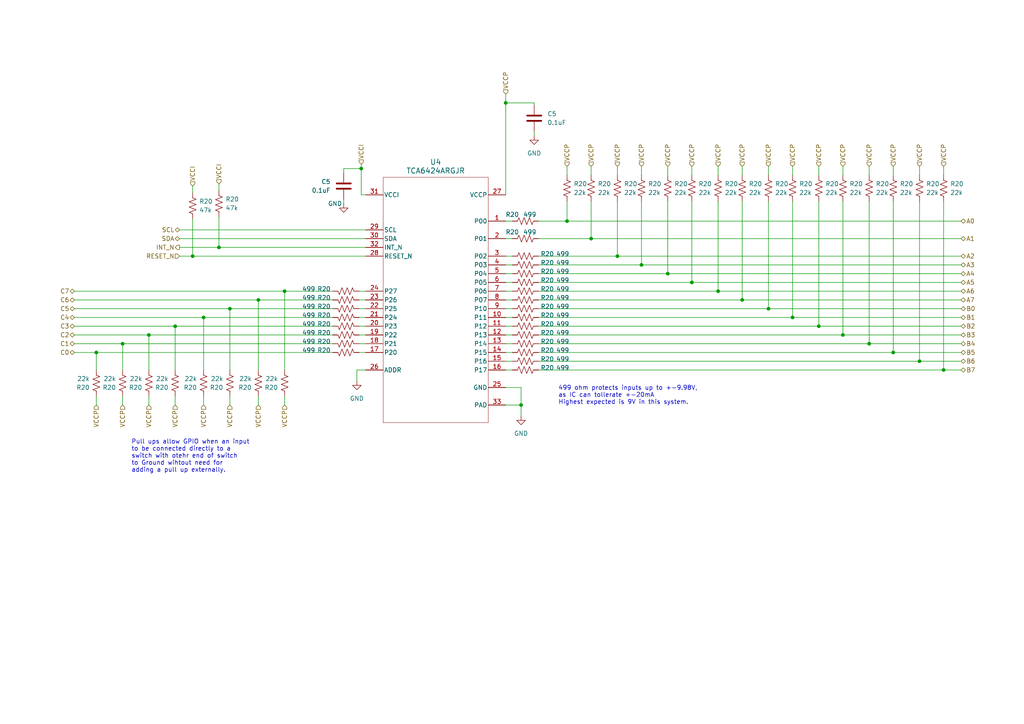
<source format=kicad_sch>
(kicad_sch (version 20230121) (generator eeschema)
  (paper "A4")
  (lib_symbols
    (symbol "Device:C" (pin_numbers hide) (pin_names (offset 0.254))
      (property "Reference" "C" (at 0.635 2.54 0))
      (property "Value" "C" (at 0.635 -2.54 0))
      (symbol "C_0_1"
        (polyline (pts (xy -2.032 -0.762) (xy 2.032 -0.762)) (stroke (width 0.508)))
        (polyline (pts (xy -2.032 0.762) (xy 2.032 0.762)) (stroke (width 0.508)))
      )
      (symbol "C_1_1"
        (pin passive line (at 0 3.81 270) (length 2.794) (name "~") (number "1"))
        (pin passive line (at 0 -3.81 90) (length 2.794) (name "~") (number "2"))
      )
    )
    (symbol "Device:R_US" (pin_numbers hide) (pin_names (offset 0))
      (property "Reference" "R" (at 2.54 0 90))
      (property "Value" "R_US" (at -2.54 0 90))
      (symbol "R_US_0_1"
        (polyline (pts (xy 0 -2.286) (xy 0 -2.54)))
        (polyline (pts (xy 0 2.286) (xy 0 2.54)))
        (polyline (pts (xy 0 -0.762) (xy 1.016 -1.143) (xy 0 -1.524) (xy -1.016 -1.905) (xy 0 -2.286)))
        (polyline (pts (xy 0 0.762) (xy 1.016 0.381) (xy 0 0) (xy -1.016 -0.381) (xy 0 -0.762)))
        (polyline (pts (xy 0 2.286) (xy 1.016 1.905) (xy 0 1.524) (xy -1.016 1.143) (xy 0 0.762)))
      )
      (symbol "R_US_1_1"
        (pin passive line (at 0 3.81 270) (length 1.27) (name "~") (number "1"))
        (pin passive line (at 0 -3.81 90) (length 1.27) (name "~") (number "2"))
      )
    )
    (symbol "I2C Expander:TCA6424ARGJR" (pin_names (offset 0.254))
      (property "Reference" "U" (at 0 2.54 0))
      (property "Value" "TCA6424ARGJR" (at 0 0 0))
      (symbol "TCA6424ARGJR_0_1"
        (polyline (pts (xy -15.24 -35.56) (xy 15.24 -35.56)) (stroke (width 0.1016)))
        (polyline (pts (xy -15.24 35.56) (xy -15.24 -35.56)) (stroke (width 0.1016)))
        (polyline (pts (xy 15.24 -35.56) (xy 15.24 35.56)) (stroke (width 0.1016)))
        (polyline (pts (xy 15.24 35.56) (xy -15.24 35.56)) (stroke (width 0.1016)))
        (pin bidirectional line (at 20.32 22.86 180) (length 5.08) (name "P00") (number "1"))
        (pin bidirectional line (at 20.32 -5.08 180) (length 5.08) (name "P11") (number "10"))
        (pin bidirectional line (at 20.32 -7.62 180) (length 5.08) (name "P12") (number "11"))
        (pin bidirectional line (at 20.32 -10.16 180) (length 5.08) (name "P13") (number "12"))
        (pin bidirectional line (at 20.32 -12.7 180) (length 5.08) (name "P14") (number "13"))
        (pin bidirectional line (at 20.32 -15.24 180) (length 5.08) (name "P15") (number "14"))
        (pin bidirectional line (at 20.32 -17.78 180) (length 5.08) (name "P16") (number "15"))
        (pin bidirectional line (at 20.32 -20.32 180) (length 5.08) (name "P17") (number "16"))
        (pin bidirectional line (at -20.32 -15.24 0) (length 5.08) (name "P20") (number "17"))
        (pin bidirectional line (at -20.32 -12.7 0) (length 5.08) (name "P21") (number "18"))
        (pin bidirectional line (at -20.32 -10.16 0) (length 5.08) (name "P22") (number "19"))
        (pin bidirectional line (at 20.32 17.78 180) (length 5.08) (name "P01") (number "2"))
        (pin bidirectional line (at -20.32 -7.62 0) (length 5.08) (name "P23") (number "20"))
        (pin bidirectional line (at -20.32 -5.08 0) (length 5.08) (name "P24") (number "21"))
        (pin bidirectional line (at -20.32 -2.54 0) (length 5.08) (name "P25") (number "22"))
        (pin bidirectional line (at -20.32 0 0) (length 5.08) (name "P26") (number "23"))
        (pin bidirectional line (at -20.32 2.54 0) (length 5.08) (name "P27") (number "24"))
        (pin power_in line (at 20.32 -25.4 180) (length 5.08) (name "GND") (number "25"))
        (pin input line (at -20.32 -20.32 0) (length 5.08) (name "ADDR") (number "26"))
        (pin power_in line (at 20.32 30.48 180) (length 5.08) (name "VCCP") (number "27"))
        (pin input line (at -20.32 12.7 0) (length 5.08) (name "RESET_N") (number "28"))
        (pin input line (at -20.32 20.32 0) (length 5.08) (name "SCL") (number "29"))
        (pin bidirectional line (at 20.32 12.7 180) (length 5.08) (name "P02") (number "3"))
        (pin bidirectional line (at -20.32 17.78 0) (length 5.08) (name "SDA") (number "30"))
        (pin power_in line (at -20.32 30.48 0) (length 5.08) (name "VCCI") (number "31"))
        (pin output line (at -20.32 15.24 0) (length 5.08) (name "INT_N") (number "32"))
        (pin power_in line (at 20.32 -30.48 180) (length 5.08) (name "PAD") (number "33"))
        (pin bidirectional line (at 20.32 10.16 180) (length 5.08) (name "P03") (number "4"))
        (pin bidirectional line (at 20.32 7.62 180) (length 5.08) (name "P04") (number "5"))
        (pin bidirectional line (at 20.32 5.08 180) (length 5.08) (name "P05") (number "6"))
        (pin bidirectional line (at 20.32 2.54 180) (length 5.08) (name "P06") (number "7"))
        (pin bidirectional line (at 20.32 0 180) (length 5.08) (name "P07") (number "8"))
        (pin bidirectional line (at 20.32 -2.54 180) (length 5.08) (name "P10") (number "9"))
      )
    )
    (symbol "power:GND" (power) (pin_names (offset 0))
      (property "Value" "GND" (at 0 -3.81 0))
      (symbol "GND_0_1"
        (polyline (pts (xy 0 0) (xy 0 -1.27) (xy 1.27 -1.27) (xy 0 -2.54) (xy -1.27 -1.27) (xy 0 -1.27)))
      )
      (symbol "GND_1_1"
        (pin power_in line (at 0 0 270) (length 0) hide (name "GND") (number "1"))
      )
    )
  )
  (junction (at 171.45 69.215))
  (junction (at 266.7 104.775))
  (junction (at 164.465 64.135))
  (junction (at 59.055 92.075))
  (junction (at 252.095 99.695))
  (junction (at 104.775 48.895))
  (junction (at 193.675 79.375))
  (junction (at 63.5 71.755))
  (junction (at 74.93 86.995))
  (junction (at 237.49 94.615))
  (junction (at 179.07 74.295))
  (junction (at 208.28 84.455))
  (junction (at 82.55 84.455))
  (junction (at 186.055 76.835))
  (junction (at 151.13 117.475))
  (junction (at 55.88 74.295))
  (junction (at 66.675 89.535))
  (junction (at 200.66 81.915))
  (junction (at 146.685 29.845))
  (junction (at 215.265 86.995))
  (junction (at 35.56 99.695))
  (junction (at 27.94 102.235))
  (junction (at 50.8 94.615))
  (junction (at 259.08 102.235))
  (junction (at 244.475 97.155))
  (junction (at 222.885 89.535))
  (junction (at 273.685 107.315))
  (junction (at 229.87 92.075))
  (junction (at 43.18 97.155))
  (wire (pts (xy 43.18 97.155) (xy 43.18 107.315)))
  (wire (pts (xy 164.465 58.42) (xy 164.465 64.135)))
  (wire (pts (xy 104.775 47.625) (xy 104.775 48.895)))
  (wire (pts (xy 151.13 117.475) (xy 151.13 112.395)))
  (wire (pts (xy 59.055 92.075) (xy 59.055 107.315)))
  (wire (pts (xy 229.87 48.26) (xy 229.87 50.8)))
  (wire (pts (xy 222.885 89.535) (xy 278.765 89.535)))
  (wire (pts (xy 252.095 58.42) (xy 252.095 99.695)))
  (wire (pts (xy 52.07 71.755) (xy 63.5 71.755)))
  (wire (pts (xy 35.56 99.695) (xy 96.52 99.695)))
  (wire (pts (xy 156.21 99.695) (xy 252.095 99.695)))
  (wire (pts (xy 208.28 84.455) (xy 278.765 84.455)))
  (wire (pts (xy 156.21 107.315) (xy 273.685 107.315)))
  (wire (pts (xy 43.18 97.155) (xy 96.52 97.155)))
  (wire (pts (xy 146.685 94.615) (xy 148.59 94.615)))
  (wire (pts (xy 82.55 84.455) (xy 82.55 107.315)))
  (wire (pts (xy 43.18 117.475) (xy 43.18 114.935)))
  (wire (pts (xy 156.21 86.995) (xy 215.265 86.995)))
  (wire (pts (xy 146.685 29.845) (xy 146.685 56.515)))
  (wire (pts (xy 146.685 102.235) (xy 148.59 102.235)))
  (wire (pts (xy 104.775 48.895) (xy 104.775 56.515)))
  (wire (pts (xy 171.45 58.42) (xy 171.45 69.215)))
  (wire (pts (xy 193.675 48.26) (xy 193.675 50.8)))
  (wire (pts (xy 52.07 74.295) (xy 55.88 74.295)))
  (wire (pts (xy 156.21 79.375) (xy 193.675 79.375)))
  (wire (pts (xy 244.475 97.155) (xy 278.765 97.155)))
  (wire (pts (xy 259.08 102.235) (xy 278.765 102.235)))
  (wire (pts (xy 66.675 117.475) (xy 66.675 114.935)))
  (wire (pts (xy 156.21 89.535) (xy 222.885 89.535)))
  (wire (pts (xy 52.07 66.675) (xy 106.045 66.675)))
  (wire (pts (xy 21.59 84.455) (xy 82.55 84.455)))
  (wire (pts (xy 273.685 107.315) (xy 278.765 107.315)))
  (wire (pts (xy 59.055 92.075) (xy 96.52 92.075)))
  (wire (pts (xy 156.21 76.835) (xy 186.055 76.835)))
  (wire (pts (xy 156.21 81.915) (xy 200.66 81.915)))
  (wire (pts (xy 55.88 74.295) (xy 106.045 74.295)))
  (wire (pts (xy 154.94 29.845) (xy 146.685 29.845)))
  (wire (pts (xy 52.07 69.215) (xy 106.045 69.215)))
  (wire (pts (xy 154.94 39.37) (xy 154.94 38.1)))
  (wire (pts (xy 35.56 99.695) (xy 35.56 107.315)))
  (wire (pts (xy 193.675 58.42) (xy 193.675 79.375)))
  (wire (pts (xy 171.45 69.215) (xy 278.765 69.215)))
  (wire (pts (xy 146.685 81.915) (xy 148.59 81.915)))
  (wire (pts (xy 21.59 92.075) (xy 59.055 92.075)))
  (wire (pts (xy 146.685 79.375) (xy 148.59 79.375)))
  (wire (pts (xy 74.93 86.995) (xy 96.52 86.995)))
  (wire (pts (xy 208.28 48.26) (xy 208.28 50.8)))
  (wire (pts (xy 146.685 99.695) (xy 148.59 99.695)))
  (wire (pts (xy 179.07 58.42) (xy 179.07 74.295)))
  (wire (pts (xy 266.7 58.42) (xy 266.7 104.775)))
  (wire (pts (xy 193.675 79.375) (xy 278.765 79.375)))
  (wire (pts (xy 21.59 89.535) (xy 66.675 89.535)))
  (wire (pts (xy 106.045 102.235) (xy 104.14 102.235)))
  (wire (pts (xy 156.21 102.235) (xy 259.08 102.235)))
  (wire (pts (xy 63.5 71.755) (xy 106.045 71.755)))
  (wire (pts (xy 50.8 94.615) (xy 96.52 94.615)))
  (wire (pts (xy 146.685 92.075) (xy 148.59 92.075)))
  (wire (pts (xy 222.885 58.42) (xy 222.885 89.535)))
  (wire (pts (xy 27.94 102.235) (xy 27.94 107.315)))
  (wire (pts (xy 156.21 94.615) (xy 237.49 94.615)))
  (wire (pts (xy 21.59 97.155) (xy 43.18 97.155)))
  (wire (pts (xy 146.685 97.155) (xy 148.59 97.155)))
  (wire (pts (xy 266.7 48.26) (xy 266.7 50.8)))
  (wire (pts (xy 186.055 58.42) (xy 186.055 76.835)))
  (wire (pts (xy 156.21 84.455) (xy 208.28 84.455)))
  (wire (pts (xy 208.28 58.42) (xy 208.28 84.455)))
  (wire (pts (xy 151.13 112.395) (xy 146.685 112.395)))
  (wire (pts (xy 154.94 30.48) (xy 154.94 29.845)))
  (wire (pts (xy 200.66 81.915) (xy 278.765 81.915)))
  (wire (pts (xy 106.045 86.995) (xy 104.14 86.995)))
  (wire (pts (xy 273.685 58.42) (xy 273.685 107.315)))
  (wire (pts (xy 156.21 64.135) (xy 164.465 64.135)))
  (wire (pts (xy 156.21 97.155) (xy 244.475 97.155)))
  (wire (pts (xy 106.045 84.455) (xy 104.14 84.455)))
  (wire (pts (xy 244.475 58.42) (xy 244.475 97.155)))
  (wire (pts (xy 237.49 58.42) (xy 237.49 94.615)))
  (wire (pts (xy 50.8 94.615) (xy 50.8 107.315)))
  (wire (pts (xy 106.045 92.075) (xy 104.14 92.075)))
  (wire (pts (xy 146.685 104.775) (xy 148.59 104.775)))
  (wire (pts (xy 63.5 53.34) (xy 63.5 55.245)))
  (wire (pts (xy 164.465 48.26) (xy 164.465 50.8)))
  (wire (pts (xy 35.56 117.475) (xy 35.56 114.935)))
  (wire (pts (xy 179.07 48.26) (xy 179.07 50.8)))
  (wire (pts (xy 156.21 92.075) (xy 229.87 92.075)))
  (wire (pts (xy 215.265 58.42) (xy 215.265 86.995)))
  (wire (pts (xy 104.775 56.515) (xy 106.045 56.515)))
  (wire (pts (xy 27.94 102.235) (xy 96.52 102.235)))
  (wire (pts (xy 259.08 48.26) (xy 259.08 50.8)))
  (wire (pts (xy 21.59 86.995) (xy 74.93 86.995)))
  (wire (pts (xy 50.8 117.475) (xy 50.8 114.935)))
  (wire (pts (xy 21.59 102.235) (xy 27.94 102.235)))
  (wire (pts (xy 146.685 89.535) (xy 148.59 89.535)))
  (wire (pts (xy 55.88 53.975) (xy 55.88 55.88)))
  (wire (pts (xy 99.695 48.895) (xy 104.775 48.895)))
  (wire (pts (xy 151.13 120.65) (xy 151.13 117.475)))
  (wire (pts (xy 74.93 86.995) (xy 74.93 107.315)))
  (wire (pts (xy 99.695 59.055) (xy 99.695 57.785)))
  (wire (pts (xy 179.07 74.295) (xy 278.765 74.295)))
  (wire (pts (xy 106.045 94.615) (xy 104.14 94.615)))
  (wire (pts (xy 156.21 74.295) (xy 179.07 74.295)))
  (wire (pts (xy 146.685 84.455) (xy 148.59 84.455)))
  (wire (pts (xy 82.55 117.475) (xy 82.55 114.935)))
  (wire (pts (xy 156.21 104.775) (xy 266.7 104.775)))
  (wire (pts (xy 59.055 117.475) (xy 59.055 114.935)))
  (wire (pts (xy 237.49 48.26) (xy 237.49 50.8)))
  (wire (pts (xy 200.66 48.26) (xy 200.66 50.8)))
  (wire (pts (xy 146.685 117.475) (xy 151.13 117.475)))
  (wire (pts (xy 146.685 76.835) (xy 148.59 76.835)))
  (wire (pts (xy 266.7 104.775) (xy 278.765 104.775)))
  (wire (pts (xy 74.93 117.475) (xy 74.93 114.935)))
  (wire (pts (xy 200.66 58.42) (xy 200.66 81.915)))
  (wire (pts (xy 186.055 48.26) (xy 186.055 50.8)))
  (wire (pts (xy 259.08 58.42) (xy 259.08 102.235)))
  (wire (pts (xy 244.475 48.26) (xy 244.475 50.8)))
  (wire (pts (xy 106.045 99.695) (xy 104.14 99.695)))
  (wire (pts (xy 222.885 48.26) (xy 222.885 50.8)))
  (wire (pts (xy 106.045 89.535) (xy 104.14 89.535)))
  (wire (pts (xy 215.265 48.26) (xy 215.265 50.8)))
  (wire (pts (xy 146.685 64.135) (xy 148.59 64.135)))
  (wire (pts (xy 27.94 117.475) (xy 27.94 114.935)))
  (wire (pts (xy 21.59 99.695) (xy 35.56 99.695)))
  (wire (pts (xy 273.685 48.26) (xy 273.685 50.8)))
  (wire (pts (xy 186.055 76.835) (xy 278.765 76.835)))
  (wire (pts (xy 171.45 48.26) (xy 171.45 50.8)))
  (wire (pts (xy 82.55 84.455) (xy 96.52 84.455)))
  (wire (pts (xy 229.87 92.075) (xy 278.765 92.075)))
  (wire (pts (xy 66.675 89.535) (xy 96.52 89.535)))
  (wire (pts (xy 55.88 63.5) (xy 55.88 74.295)))
  (wire (pts (xy 146.685 69.215) (xy 148.59 69.215)))
  (wire (pts (xy 106.045 97.155) (xy 104.14 97.155)))
  (wire (pts (xy 156.21 69.215) (xy 171.45 69.215)))
  (wire (pts (xy 252.095 48.26) (xy 252.095 50.8)))
  (wire (pts (xy 252.095 99.695) (xy 278.765 99.695)))
  (wire (pts (xy 21.59 94.615) (xy 50.8 94.615)))
  (wire (pts (xy 146.685 27.305) (xy 146.685 29.845)))
  (wire (pts (xy 66.675 89.535) (xy 66.675 107.315)))
  (wire (pts (xy 146.685 86.995) (xy 148.59 86.995)))
  (wire (pts (xy 237.49 94.615) (xy 278.765 94.615)))
  (wire (pts (xy 103.505 107.315) (xy 103.505 110.49)))
  (wire (pts (xy 99.695 50.165) (xy 99.695 48.895)))
  (wire (pts (xy 146.685 74.295) (xy 148.59 74.295)))
  (wire (pts (xy 215.265 86.995) (xy 278.765 86.995)))
  (wire (pts (xy 146.685 107.315) (xy 148.59 107.315)))
  (wire (pts (xy 229.87 58.42) (xy 229.87 92.075)))
  (wire (pts (xy 106.045 107.315) (xy 103.505 107.315)))
  (wire (pts (xy 63.5 62.865) (xy 63.5 71.755)))
  (wire (pts (xy 164.465 64.135) (xy 278.765 64.135)))
  (text "499 ohm protects inputs up to +-9.98V,\nas IC can tollerate +-20mA\nHighest expected is 9V in this system." (at 161.925 117.475 0) (effects (font (size 1.27 1.27)) (justify left bottom)))
  (text "Pull ups allow GPIO when an input\nto be connected directly to a\nswitch with otehr end of switch\nto Ground wihtout need for\nadding a pull up externally." (at 38.1 137.16 0) (effects (font (size 1.27 1.27)) (justify left bottom)))
  (hierarchical_label "B2" (shape bidirectional) (at 278.765 94.615 0))
  (hierarchical_label "VCCP" (shape input) (at 186.055 48.26 90))
  (hierarchical_label "VCCP" (shape input) (at 222.885 48.26 90))
  (hierarchical_label "B6" (shape bidirectional) (at 278.765 104.775 0))
  (hierarchical_label "VCCP" (shape input) (at 164.465 48.26 90))
  (hierarchical_label "VCCP" (shape input) (at 215.265 48.26 90))
  (hierarchical_label "B7" (shape bidirectional) (at 278.765 107.315 0))
  (hierarchical_label "VCCP" (shape input) (at 179.07 48.26 90))
  (hierarchical_label "C4" (shape bidirectional) (at 21.59 92.075 180))
  (hierarchical_label "B3" (shape bidirectional) (at 278.765 97.155 0))
  (hierarchical_label "VCCP" (shape input) (at 66.675 117.475 270))
  (hierarchical_label "SDA" (shape bidirectional) (at 52.07 69.215 180))
  (hierarchical_label "C0" (shape bidirectional) (at 21.59 102.235 180))
  (hierarchical_label "VCCP" (shape input) (at 50.8 117.475 270))
  (hierarchical_label "C6" (shape bidirectional) (at 21.59 86.995 180))
  (hierarchical_label "B4" (shape bidirectional) (at 278.765 99.695 0))
  (hierarchical_label "C2" (shape bidirectional) (at 21.59 97.155 180))
  (hierarchical_label "B1" (shape bidirectional) (at 278.765 92.075 0))
  (hierarchical_label "VCCP" (shape input) (at 146.685 27.305 90))
  (hierarchical_label "VCCP" (shape input) (at 252.095 48.26 90))
  (hierarchical_label "B0" (shape bidirectional) (at 278.765 89.535 0))
  (hierarchical_label "VCCP" (shape input) (at 35.56 117.475 270))
  (hierarchical_label "VCCP" (shape input) (at 193.675 48.26 90))
  (hierarchical_label "VCCP" (shape input) (at 273.685 48.26 90))
  (hierarchical_label "VCCP" (shape input) (at 237.49 48.26 90))
  (hierarchical_label "A3" (shape bidirectional) (at 278.765 76.835 0))
  (hierarchical_label "C5" (shape bidirectional) (at 21.59 89.535 180))
  (hierarchical_label "C7" (shape bidirectional) (at 21.59 84.455 180))
  (hierarchical_label "VCCP" (shape input) (at 43.18 117.475 270))
  (hierarchical_label "A6" (shape bidirectional) (at 278.765 84.455 0))
  (hierarchical_label "A4" (shape bidirectional) (at 278.765 79.375 0))
  (hierarchical_label "VCCP" (shape input) (at 27.94 117.475 270))
  (hierarchical_label "VCCP" (shape input) (at 171.45 48.26 90))
  (hierarchical_label "SCL" (shape bidirectional) (at 52.07 66.675 180))
  (hierarchical_label "VCCP" (shape input) (at 208.28 48.26 90))
  (hierarchical_label "A7" (shape bidirectional) (at 278.765 86.995 0))
  (hierarchical_label "VCCP" (shape input) (at 200.66 48.26 90))
  (hierarchical_label "C3" (shape bidirectional) (at 21.59 94.615 180))
  (hierarchical_label "VCCP" (shape input) (at 74.93 117.475 270))
  (hierarchical_label "VCCI" (shape input) (at 63.5 53.34 90))
  (hierarchical_label "VCCP" (shape input) (at 266.7 48.26 90))
  (hierarchical_label "A5" (shape bidirectional) (at 278.765 81.915 0))
  (hierarchical_label "VCCI" (shape input) (at 104.775 47.625 90))
  (hierarchical_label "VCCI" (shape input) (at 55.88 53.975 90))
  (hierarchical_label "VCCP" (shape input) (at 59.055 117.475 270))
  (hierarchical_label "A2" (shape bidirectional) (at 278.765 74.295 0))
  (hierarchical_label "RESET_N" (shape input) (at 52.07 74.295 180))
  (hierarchical_label "A0" (shape bidirectional) (at 278.765 64.135 0))
  (hierarchical_label "VCCP" (shape input) (at 229.87 48.26 90))
  (hierarchical_label "INT_N" (shape output) (at 52.07 71.755 180))
  (hierarchical_label "A1" (shape bidirectional) (at 278.765 69.215 0))
  (hierarchical_label "C1" (shape bidirectional) (at 21.59 99.695 180))
  (hierarchical_label "B5" (shape bidirectional) (at 278.765 102.235 0))
  (hierarchical_label "VCCP" (shape input) (at 82.55 117.475 270))
  (hierarchical_label "VCCP" (shape input) (at 244.475 48.26 90))
  (hierarchical_label "VCCP" (shape input) (at 259.08 48.26 90))
  (symbol (lib_id "Device:R_US") (at 244.475 54.61 0) (unit 1)
    (property "Reference" "R20" (at 246.38 53.34 0) (effects (justify left)))
    (property "Value" "22k" (at 246.38 55.88 0) (effects (justify left)))
    (property "Footprint" "Resistor_SMD:R_0402_1005Metric" (effects hide))
    (instances (project "DaisySeedBreakout" (path "" (reference "R20") (unit 1)) (path "" (reference "R41") (unit 1))))
  )
  (symbol (lib_id "Device:R_US") (at 50.8 111.125 180) (unit 1)
    (property "Reference" "R20" (at 48.895 112.395 0) (effects (justify left)))
    (property "Value" "22k" (at 48.895 109.855 0) (effects (justify left)))
    (property "Footprint" "Resistor_SMD:R_0402_1005Metric" (effects hide))
    (instances (project "DaisySeedBreakout" (path "" (reference "R20") (unit 1)) (path "" (reference "R73") (unit 1))))
  )
  (symbol (lib_id "Device:R_US") (at 82.55 111.125 180) (unit 1)
    (property "Reference" "R20" (at 80.645 112.395 0) (effects (justify left)))
    (property "Value" "22k" (at 80.645 109.855 0) (effects (justify left)))
    (property "Footprint" "Resistor_SMD:R_0402_1005Metric" (effects hide))
    (instances (project "DaisySeedBreakout" (path "" (reference "R20") (unit 1)) (path "" (reference "R77") (unit 1))))
  )
  (symbol (lib_id "Device:R_US") (at 63.5 59.055 0) (unit 1)
    (property "Reference" "R20" (at 65.405 57.785 0) (effects (justify left)))
    (property "Value" "47k" (at 65.405 60.325 0) (effects (justify left)))
    (property "Footprint" "Resistor_SMD:R_0402_1005Metric" (effects hide))
    (instances (project "DaisySeedBreakout" (path "" (reference "R20") (unit 1)) (path "" (reference "R12") (unit 1))))
  )
  (symbol (lib_id "Device:C") (at 99.695 53.975 0) (mirror y) (unit 1)
    (property "Reference" "C5" (at 95.885 52.705 0) (effects (justify left)))
    (property "Value" "0.1uF" (at 95.885 55.245 0) (effects (justify left)))
    (property "Footprint" "Capacitor_SMD:C_0402_1005Metric" (effects hide))
    (instances (project "DaisySeedBreakout" (path "" (reference "C5") (unit 1)) (path "" (reference "C14") (unit 1)) (path "" (reference "C8") (unit 1))))
  )
  (symbol (lib_id "Device:C") (at 154.94 34.29 0) (unit 1)
    (property "Reference" "C5" (at 158.75 33.02 0) (effects (justify left)))
    (property "Value" "0.1uF" (at 158.75 35.56 0) (effects (justify left)))
    (property "Footprint" "Capacitor_SMD:C_0402_1005Metric" (effects hide))
    (instances (project "DaisySeedBreakout" (path "" (reference "C5") (unit 1)) (path "" (reference "C14") (unit 1)) (path "" (reference "C2") (unit 1))))
  )
  (symbol (lib_id "Device:R_US") (at 27.94 111.125 180) (unit 1)
    (property "Reference" "R20" (at 26.035 112.395 0) (effects (justify left)))
    (property "Value" "22k" (at 26.035 109.855 0) (effects (justify left)))
    (property "Footprint" "Resistor_SMD:R_0402_1005Metric" (effects hide))
    (instances (project "DaisySeedBreakout" (path "" (reference "R20") (unit 1)) (path "" (reference "R70") (unit 1))))
  )
  (symbol (lib_id "Device:R_US") (at 35.56 111.125 180) (unit 1)
    (property "Reference" "R20" (at 33.655 112.395 0) (effects (justify left)))
    (property "Value" "22k" (at 33.655 109.855 0) (effects (justify left)))
    (property "Footprint" "Resistor_SMD:R_0402_1005Metric" (effects hide))
    (instances (project "DaisySeedBreakout" (path "" (reference "R20") (unit 1)) (path "" (reference "R71") (unit 1))))
  )
  (symbol (lib_id "Device:R_US") (at 152.4 76.835 90) (unit 1)
    (property "Reference" "R20" (at 158.75 76.2 90))
    (property "Value" "499" (at 163.195 76.2 90))
    (property "Footprint" "Resistor_SMD:R_0402_1005Metric" (effects hide))
    (instances (project "DaisySeedBreakout" (path "" (reference "R20") (unit 1)) (path "" (reference "R49") (unit 1))))
  )
  (symbol (lib_id "Device:R_US") (at 100.33 94.615 270) (mirror x) (unit 1)
    (property "Reference" "R20" (at 93.98 93.98 90))
    (property "Value" "499" (at 89.535 93.98 90))
    (property "Footprint" "Resistor_SMD:R_0402_1005Metric" (effects hide))
    (instances (project "DaisySeedBreakout" (path "" (reference "R20") (unit 1)) (path "" (reference "R66") (unit 1))))
  )
  (symbol (lib_id "Device:R_US") (at 66.675 111.125 180) (unit 1)
    (property "Reference" "R20" (at 64.77 112.395 0) (effects (justify left)))
    (property "Value" "22k" (at 64.77 109.855 0) (effects (justify left)))
    (property "Footprint" "Resistor_SMD:R_0402_1005Metric" (effects hide))
    (instances (project "DaisySeedBreakout" (path "" (reference "R20") (unit 1)) (path "" (reference "R75") (unit 1))))
  )
  (symbol (lib_id "Device:R_US") (at 152.4 81.915 90) (unit 1)
    (property "Reference" "R20" (at 158.75 81.28 90))
    (property "Value" "499" (at 163.195 81.28 90))
    (property "Footprint" "Resistor_SMD:R_0402_1005Metric" (effects hide))
    (instances (project "DaisySeedBreakout" (path "" (reference "R20") (unit 1)) (path "" (reference "R51") (unit 1))))
  )
  (symbol (lib_id "Device:R_US") (at 100.33 99.695 270) (mirror x) (unit 1)
    (property "Reference" "R20" (at 93.98 99.06 90))
    (property "Value" "499" (at 89.535 99.06 90))
    (property "Footprint" "Resistor_SMD:R_0402_1005Metric" (effects hide))
    (instances (project "DaisySeedBreakout" (path "" (reference "R20") (unit 1)) (path "" (reference "R68") (unit 1))))
  )
  (symbol (lib_id "Device:R_US") (at 164.465 54.61 0) (unit 1)
    (property "Reference" "R20" (at 166.37 53.34 0) (effects (justify left)))
    (property "Value" "22k" (at 166.37 55.88 0) (effects (justify left)))
    (property "Footprint" "Resistor_SMD:R_0402_1005Metric" (effects hide))
    (instances (project "DaisySeedBreakout" (path "" (reference "R20") (unit 1)) (path "" (reference "R15") (unit 1))))
  )
  (symbol (lib_id "power:GND") (at 103.505 110.49 0) (unit 1)
    (property "Reference" "#PWR017" (effects hide))
    (property "Value" "GND" (at 103.505 115.57 0))
    (instances (project "DaisySeedBreakout" (path "" (reference "#PWR017") (unit 1)) (path "" (reference "#PWR05") (unit 1))))
  )
  (symbol (lib_id "power:GND") (at 151.13 120.65 0) (unit 1)
    (property "Reference" "#PWR017" (effects hide))
    (property "Value" "GND" (at 151.13 125.73 0))
    (instances (project "DaisySeedBreakout" (path "" (reference "#PWR017") (unit 1)) (path "" (reference "#PWR04") (unit 1))))
  )
  (symbol (lib_id "Device:R_US") (at 229.87 54.61 0) (unit 1)
    (property "Reference" "R20" (at 231.775 53.34 0) (effects (justify left)))
    (property "Value" "22k" (at 231.775 55.88 0) (effects (justify left)))
    (property "Footprint" "Resistor_SMD:R_0402_1005Metric" (effects hide))
    (instances (project "DaisySeedBreakout" (path "" (reference "R20") (unit 1)) (path "" (reference "R39") (unit 1))))
  )
  (symbol (lib_id "Device:R_US") (at 152.4 99.695 90) (unit 1)
    (property "Reference" "R20" (at 158.75 99.06 90))
    (property "Value" "499" (at 163.195 99.06 90))
    (property "Footprint" "Resistor_SMD:R_0402_1005Metric" (effects hide))
    (instances (project "DaisySeedBreakout" (path "" (reference "R20") (unit 1)) (path "" (reference "R58") (unit 1))))
  )
  (symbol (lib_id "Device:R_US") (at 100.33 102.235 270) (mirror x) (unit 1)
    (property "Reference" "R20" (at 93.98 101.6 90))
    (property "Value" "499" (at 89.535 101.6 90))
    (property "Footprint" "Resistor_SMD:R_0402_1005Metric" (effects hide))
    (instances (project "DaisySeedBreakout" (path "" (reference "R20") (unit 1)) (path "" (reference "R69") (unit 1))))
  )
  (symbol (lib_id "Device:R_US") (at 252.095 54.61 0) (unit 1)
    (property "Reference" "R20" (at 254 53.34 0) (effects (justify left)))
    (property "Value" "22k" (at 254 55.88 0) (effects (justify left)))
    (property "Footprint" "Resistor_SMD:R_0402_1005Metric" (effects hide))
    (instances (project "DaisySeedBreakout" (path "" (reference "R20") (unit 1)) (path "" (reference "R42") (unit 1))))
  )
  (symbol (lib_id "Device:R_US") (at 193.675 54.61 0) (unit 1)
    (property "Reference" "R20" (at 195.58 53.34 0) (effects (justify left)))
    (property "Value" "22k" (at 195.58 55.88 0) (effects (justify left)))
    (property "Footprint" "Resistor_SMD:R_0402_1005Metric" (effects hide))
    (instances (project "DaisySeedBreakout" (path "" (reference "R20") (unit 1)) (path "" (reference "R34") (unit 1))))
  )
  (symbol (lib_id "Device:R_US") (at 237.49 54.61 0) (unit 1)
    (property "Reference" "R20" (at 239.395 53.34 0) (effects (justify left)))
    (property "Value" "22k" (at 239.395 55.88 0) (effects (justify left)))
    (property "Footprint" "Resistor_SMD:R_0402_1005Metric" (effects hide))
    (instances (project "DaisySeedBreakout" (path "" (reference "R20") (unit 1)) (path "" (reference "R40") (unit 1))))
  )
  (symbol (lib_id "Device:R_US") (at 152.4 64.135 90) (unit 1)
    (property "Reference" "R20" (at 148.59 62.23 90))
    (property "Value" "499" (at 153.67 62.23 90))
    (property "Footprint" "Resistor_SMD:R_0402_1005Metric" (effects hide))
    (instances (project "DaisySeedBreakout" (path "" (reference "R20") (unit 1)) (path "" (reference "R46") (unit 1))))
  )
  (symbol (lib_id "Device:R_US") (at 152.4 79.375 90) (unit 1)
    (property "Reference" "R20" (at 158.75 78.74 90))
    (property "Value" "499" (at 163.195 78.74 90))
    (property "Footprint" "Resistor_SMD:R_0402_1005Metric" (effects hide))
    (instances (project "DaisySeedBreakout" (path "" (reference "R20") (unit 1)) (path "" (reference "R50") (unit 1))))
  )
  (symbol (lib_id "Device:R_US") (at 215.265 54.61 0) (unit 1)
    (property "Reference" "R20" (at 217.17 53.34 0) (effects (justify left)))
    (property "Value" "22k" (at 217.17 55.88 0) (effects (justify left)))
    (property "Footprint" "Resistor_SMD:R_0402_1005Metric" (effects hide))
    (instances (project "DaisySeedBreakout" (path "" (reference "R20") (unit 1)) (path "" (reference "R37") (unit 1))))
  )
  (symbol (lib_id "Device:R_US") (at 43.18 111.125 180) (unit 1)
    (property "Reference" "R20" (at 41.275 112.395 0) (effects (justify left)))
    (property "Value" "22k" (at 41.275 109.855 0) (effects (justify left)))
    (property "Footprint" "Resistor_SMD:R_0402_1005Metric" (effects hide))
    (instances (project "DaisySeedBreakout" (path "" (reference "R20") (unit 1)) (path "" (reference "R72") (unit 1))))
  )
  (symbol (lib_id "Device:R_US") (at 55.88 59.69 0) (unit 1)
    (property "Reference" "R20" (at 57.785 58.42 0) (effects (justify left)))
    (property "Value" "47k" (at 57.785 60.96 0) (effects (justify left)))
    (property "Footprint" "Resistor_SMD:R_0402_1005Metric" (effects hide))
    (instances (project "DaisySeedBreakout" (path "" (reference "R20") (unit 1)) (path "" (reference "R13") (unit 1))))
  )
  (symbol (lib_id "Device:R_US") (at 208.28 54.61 0) (unit 1)
    (property "Reference" "R20" (at 210.185 53.34 0) (effects (justify left)))
    (property "Value" "22k" (at 210.185 55.88 0) (effects (justify left)))
    (property "Footprint" "Resistor_SMD:R_0402_1005Metric" (effects hide))
    (instances (project "DaisySeedBreakout" (path "" (reference "R20") (unit 1)) (path "" (reference "R36") (unit 1))))
  )
  (symbol (lib_id "Device:R_US") (at 152.4 94.615 90) (unit 1)
    (property "Reference" "R20" (at 158.75 93.98 90))
    (property "Value" "499" (at 163.195 93.98 90))
    (property "Footprint" "Resistor_SMD:R_0402_1005Metric" (effects hide))
    (instances (project "DaisySeedBreakout" (path "" (reference "R20") (unit 1)) (path "" (reference "R56") (unit 1))))
  )
  (symbol (lib_id "Device:R_US") (at 200.66 54.61 0) (unit 1)
    (property "Reference" "R20" (at 202.565 53.34 0) (effects (justify left)))
    (property "Value" "22k" (at 202.565 55.88 0) (effects (justify left)))
    (property "Footprint" "Resistor_SMD:R_0402_1005Metric" (effects hide))
    (instances (project "DaisySeedBreakout" (path "" (reference "R20") (unit 1)) (path "" (reference "R35") (unit 1))))
  )
  (symbol (lib_id "Device:R_US") (at 100.33 84.455 270) (mirror x) (unit 1)
    (property "Reference" "R20" (at 93.98 83.82 90))
    (property "Value" "499" (at 89.535 83.82 90))
    (property "Footprint" "Resistor_SMD:R_0402_1005Metric" (effects hide))
    (instances (project "DaisySeedBreakout" (path "" (reference "R20") (unit 1)) (path "" (reference "R62") (unit 1))))
  )
  (symbol (lib_id "Device:R_US") (at 266.7 54.61 0) (unit 1)
    (property "Reference" "R20" (at 268.605 53.34 0) (effects (justify left)))
    (property "Value" "22k" (at 268.605 55.88 0) (effects (justify left)))
    (property "Footprint" "Resistor_SMD:R_0402_1005Metric" (effects hide))
    (instances (project "DaisySeedBreakout" (path "" (reference "R20") (unit 1)) (path "" (reference "R44") (unit 1))))
  )
  (symbol (lib_id "Device:R_US") (at 273.685 54.61 0) (unit 1)
    (property "Reference" "R20" (at 275.59 53.34 0) (effects (justify left)))
    (property "Value" "22k" (at 275.59 55.88 0) (effects (justify left)))
    (property "Footprint" "Resistor_SMD:R_0402_1005Metric" (effects hide))
    (instances (project "DaisySeedBreakout" (path "" (reference "R20") (unit 1)) (path "" (reference "R45") (unit 1))))
  )
  (symbol (lib_id "power:GND") (at 154.94 39.37 0) (unit 1)
    (property "Reference" "#PWR017" (effects hide))
    (property "Value" "GND" (at 154.94 44.45 0))
    (instances (project "DaisySeedBreakout" (path "" (reference "#PWR017") (unit 1)) (path "" (reference "#PWR06") (unit 1))))
  )
  (symbol (lib_id "power:GND") (at 99.695 59.055 0) (mirror y) (unit 1)
    (property "Reference" "#PWR017" (effects hide))
    (property "Value" "GND" (at 97.155 59.055 0))
    (instances (project "DaisySeedBreakout" (path "" (reference "#PWR017") (unit 1)) (path "" (reference "#PWR07") (unit 1))))
  )
  (symbol (lib_id "Device:R_US") (at 152.4 74.295 90) (unit 1)
    (property "Reference" "R20" (at 158.75 73.66 90))
    (property "Value" "499" (at 163.195 73.66 90))
    (property "Footprint" "Resistor_SMD:R_0402_1005Metric" (effects hide))
    (instances (project "DaisySeedBreakout" (path "" (reference "R20") (unit 1)) (path "" (reference "R48") (unit 1))))
  )
  (symbol (lib_id "Device:R_US") (at 152.4 86.995 90) (unit 1)
    (property "Reference" "R20" (at 158.75 86.36 90))
    (property "Value" "499" (at 163.195 86.36 90))
    (property "Footprint" "Resistor_SMD:R_0402_1005Metric" (effects hide))
    (instances (project "DaisySeedBreakout" (path "" (reference "R20") (unit 1)) (path "" (reference "R53") (unit 1))))
  )
  (symbol (lib_id "Device:R_US") (at 59.055 111.125 180) (unit 1)
    (property "Reference" "R20" (at 57.15 112.395 0) (effects (justify left)))
    (property "Value" "22k" (at 57.15 109.855 0) (effects (justify left)))
    (property "Footprint" "Resistor_SMD:R_0402_1005Metric" (effects hide))
    (instances (project "DaisySeedBreakout" (path "" (reference "R20") (unit 1)) (path "" (reference "R74") (unit 1))))
  )
  (symbol (lib_id "I2C Expander:TCA6424ARGJR") (at 126.365 86.995 0) (unit 1)
    (property "Reference" "U4" (at 126.365 46.99 0) (effects (font (size 1.524 1.524))))
    (property "Value" "TCA6424ARGJR" (at 126.365 49.53 0) (effects (font (size 1.524 1.524))))
    (property "Footprint" "RGJ0032A" (effects hide))
    (property "Datasheet" "TCA6424ARGJR" (effects hide))
    (instances (project "DaisySeedBreakout" (path "" (reference "U4") (unit 1)) (path "" (reference "U1") (unit 1))))
  )
  (symbol (lib_id "Device:R_US") (at 74.93 111.125 180) (unit 1)
    (property "Reference" "R20" (at 73.025 112.395 0) (effects (justify left)))
    (property "Value" "22k" (at 73.025 109.855 0) (effects (justify left)))
    (property "Footprint" "Resistor_SMD:R_0402_1005Metric" (effects hide))
    (instances (project "DaisySeedBreakout" (path "" (reference "R20") (unit 1)) (path "" (reference "R76") (unit 1))))
  )
  (symbol (lib_id "Device:R_US") (at 152.4 104.775 90) (unit 1)
    (property "Reference" "R20" (at 158.75 104.14 90))
    (property "Value" "499" (at 163.195 104.14 90))
    (property "Footprint" "Resistor_SMD:R_0402_1005Metric" (effects hide))
    (instances (project "DaisySeedBreakout" (path "" (reference "R20") (unit 1)) (path "" (reference "R60") (unit 1))))
  )
  (symbol (lib_id "Device:R_US") (at 152.4 107.315 90) (unit 1)
    (property "Reference" "R20" (at 158.75 106.68 90))
    (property "Value" "499" (at 163.195 106.68 90))
    (property "Footprint" "Resistor_SMD:R_0402_1005Metric" (effects hide))
    (instances (project "DaisySeedBreakout" (path "" (reference "R20") (unit 1)) (path "" (reference "R61") (unit 1))))
  )
  (symbol (lib_id "Device:R_US") (at 152.4 69.215 90) (unit 1)
    (property "Reference" "R20" (at 148.59 67.31 90))
    (property "Value" "499" (at 153.67 67.31 90))
    (property "Footprint" "Resistor_SMD:R_0402_1005Metric" (effects hide))
    (instances (project "DaisySeedBreakout" (path "" (reference "R20") (unit 1)) (path "" (reference "R47") (unit 1))))
  )
  (symbol (lib_id "Device:R_US") (at 152.4 92.075 90) (unit 1)
    (property "Reference" "R20" (at 158.75 91.44 90))
    (property "Value" "499" (at 163.195 91.44 90))
    (property "Footprint" "Resistor_SMD:R_0402_1005Metric" (effects hide))
    (instances (project "DaisySeedBreakout" (path "" (reference "R20") (unit 1)) (path "" (reference "R55") (unit 1))))
  )
  (symbol (lib_id "Device:R_US") (at 152.4 97.155 90) (unit 1)
    (property "Reference" "R20" (at 158.75 96.52 90))
    (property "Value" "499" (at 163.195 96.52 90))
    (property "Footprint" "Resistor_SMD:R_0402_1005Metric" (effects hide))
    (instances (project "DaisySeedBreakout" (path "" (reference "R20") (unit 1)) (path "" (reference "R57") (unit 1))))
  )
  (symbol (lib_id "Device:R_US") (at 222.885 54.61 0) (unit 1)
    (property "Reference" "R20" (at 224.79 53.34 0) (effects (justify left)))
    (property "Value" "22k" (at 224.79 55.88 0) (effects (justify left)))
    (property "Footprint" "Resistor_SMD:R_0402_1005Metric" (effects hide))
    (instances (project "DaisySeedBreakout" (path "" (reference "R20") (unit 1)) (path "" (reference "R38") (unit 1))))
  )
  (symbol (lib_id "Device:R_US") (at 259.08 54.61 0) (unit 1)
    (property "Reference" "R20" (at 260.985 53.34 0) (effects (justify left)))
    (property "Value" "22k" (at 260.985 55.88 0) (effects (justify left)))
    (property "Footprint" "Resistor_SMD:R_0402_1005Metric" (effects hide))
    (instances (project "DaisySeedBreakout" (path "" (reference "R20") (unit 1)) (path "" (reference "R43") (unit 1))))
  )
  (symbol (lib_id "Device:R_US") (at 152.4 84.455 90) (unit 1)
    (property "Reference" "R20" (at 158.75 83.82 90))
    (property "Value" "499" (at 163.195 83.82 90))
    (property "Footprint" "Resistor_SMD:R_0402_1005Metric" (effects hide))
    (instances (project "DaisySeedBreakout" (path "" (reference "R20") (unit 1)) (path "" (reference "R52") (unit 1))))
  )
  (symbol (lib_id "Device:R_US") (at 179.07 54.61 0) (unit 1)
    (property "Reference" "R20" (at 180.975 53.34 0) (effects (justify left)))
    (property "Value" "22k" (at 180.975 55.88 0) (effects (justify left)))
    (property "Footprint" "Resistor_SMD:R_0402_1005Metric" (effects hide))
    (instances (project "DaisySeedBreakout" (path "" (reference "R20") (unit 1)) (path "" (reference "R17") (unit 1))))
  )
  (symbol (lib_id "Device:R_US") (at 171.45 54.61 0) (unit 1)
    (property "Reference" "R20" (at 173.355 53.34 0) (effects (justify left)))
    (property "Value" "22k" (at 173.355 55.88 0) (effects (justify left)))
    (property "Footprint" "Resistor_SMD:R_0402_1005Metric" (effects hide))
    (instances (project "DaisySeedBreakout" (path "" (reference "R20") (unit 1)) (path "" (reference "R16") (unit 1))))
  )
  (symbol (lib_id "Device:R_US") (at 100.33 89.535 270) (mirror x) (unit 1)
    (property "Reference" "R20" (at 93.98 88.9 90))
    (property "Value" "499" (at 89.535 88.9 90))
    (property "Footprint" "Resistor_SMD:R_0402_1005Metric" (effects hide))
    (instances (project "DaisySeedBreakout" (path "" (reference "R20") (unit 1)) (path "" (reference "R64") (unit 1))))
  )
  (symbol (lib_id "Device:R_US") (at 152.4 89.535 90) (unit 1)
    (property "Reference" "R20" (at 158.75 88.9 90))
    (property "Value" "499" (at 163.195 88.9 90))
    (property "Footprint" "Resistor_SMD:R_0402_1005Metric" (effects hide))
    (instances (project "DaisySeedBreakout" (path "" (reference "R20") (unit 1)) (path "" (reference "R54") (unit 1))))
  )
  (symbol (lib_id "Device:R_US") (at 186.055 54.61 0) (unit 1)
    (property "Reference" "R20" (at 187.96 53.34 0) (effects (justify left)))
    (property "Value" "22k" (at 187.96 55.88 0) (effects (justify left)))
    (property "Footprint" "Resistor_SMD:R_0402_1005Metric" (effects hide))
  )
  (symbol (lib_id "Device:R_US") (at 152.4 102.235 90) (unit 1)
    (property "Reference" "R20" (at 158.75 101.6 90))
    (property "Value" "499" (at 163.195 101.6 90))
    (property "Footprint" "Resistor_SMD:R_0402_1005Metric" (effects hide))
    (instances (project "DaisySeedBreakout" (path "" (reference "R20") (unit 1)) (path "" (reference "R59") (unit 1))))
  )
  (symbol (lib_id "Device:R_US") (at 100.33 92.075 270) (mirror x) (unit 1)
    (property "Reference" "R20" (at 93.98 91.44 90))
    (property "Value" "499" (at 89.535 91.44 90))
    (property "Footprint" "Resistor_SMD:R_0402_1005Metric" (effects hide))
    (instances (project "DaisySeedBreakout" (path "" (reference "R20") (unit 1)) (path "" (reference "R65") (unit 1))))
  )
  (symbol (lib_id "Device:R_US") (at 100.33 86.995 270) (mirror x) (unit 1)
    (property "Reference" "R20" (at 93.98 86.36 90))
    (property "Value" "499" (at 89.535 86.36 90))
    (property "Footprint" "Resistor_SMD:R_0402_1005Metric" (effects hide))
    (instances (project "DaisySeedBreakout" (path "" (reference "R20") (unit 1)) (path "" (reference "R63") (unit 1))))
  )
  (symbol (lib_id "Device:R_US") (at 100.33 97.155 270) (mirror x) (unit 1)
    (property "Reference" "R20" (at 93.98 96.52 90))
    (property "Value" "499" (at 89.535 96.52 90))
    (property "Footprint" "Resistor_SMD:R_0402_1005Metric" (effects hide))
    (instances (project "DaisySeedBreakout" (path "" (reference "R20") (unit 1)) (path "" (reference "R67") (unit 1))))
  )
)
</source>
